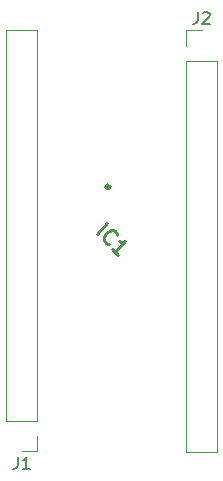
<source format=gbr>
G04 #@! TF.GenerationSoftware,KiCad,Pcbnew,(5.1.2)-2*
G04 #@! TF.CreationDate,2019-11-11T20:09:09+01:00*
G04 #@! TF.ProjectId,MCP25625_Breakoutboard,4d435032-3536-4323-955f-427265616b6f,rev?*
G04 #@! TF.SameCoordinates,Original*
G04 #@! TF.FileFunction,Legend,Top*
G04 #@! TF.FilePolarity,Positive*
%FSLAX46Y46*%
G04 Gerber Fmt 4.6, Leading zero omitted, Abs format (unit mm)*
G04 Created by KiCad (PCBNEW (5.1.2)-2) date 2019-11-11 20:09:09*
%MOMM*%
%LPD*%
G04 APERTURE LIST*
%ADD10C,0.325000*%
%ADD11C,0.120000*%
%ADD12C,0.254000*%
%ADD13C,0.150000*%
G04 APERTURE END LIST*
D10*
X145137736Y-92418641D02*
G75*
G03X145137736Y-92418641I-162500J0D01*
G01*
D11*
X151583080Y-79170000D02*
X152913080Y-79170000D01*
X151583080Y-80500000D02*
X151583080Y-79170000D01*
X151583080Y-81770000D02*
X154243080Y-81770000D01*
X154243080Y-81770000D02*
X154243080Y-114850000D01*
X151583080Y-81770000D02*
X151583080Y-114850000D01*
X151583080Y-114850000D02*
X154243080Y-114850000D01*
X139003080Y-114830000D02*
X137673080Y-114830000D01*
X139003080Y-113500000D02*
X139003080Y-114830000D01*
X139003080Y-112230000D02*
X136343080Y-112230000D01*
X136343080Y-112230000D02*
X136343080Y-79150000D01*
X139003080Y-112230000D02*
X139003080Y-79150000D01*
X139003080Y-79150000D02*
X136343080Y-79150000D01*
D12*
X144010186Y-96402665D02*
X144908211Y-95504640D01*
X145036501Y-97257928D02*
X144950975Y-97257928D01*
X144779922Y-97172401D01*
X144694396Y-97086875D01*
X144608870Y-96915823D01*
X144608870Y-96744770D01*
X144651633Y-96616481D01*
X144779922Y-96402665D01*
X144908211Y-96274376D01*
X145122027Y-96146086D01*
X145250316Y-96103323D01*
X145421369Y-96103323D01*
X145592421Y-96188850D01*
X145677948Y-96274376D01*
X145763474Y-96445428D01*
X145763474Y-96530955D01*
X145806237Y-98198716D02*
X145293080Y-97685559D01*
X145549658Y-97942138D02*
X146447684Y-97044112D01*
X146233868Y-97086875D01*
X146062816Y-97086875D01*
X145934526Y-97044112D01*
D13*
X152579746Y-77622380D02*
X152579746Y-78336666D01*
X152532127Y-78479523D01*
X152436889Y-78574761D01*
X152294032Y-78622380D01*
X152198794Y-78622380D01*
X153008318Y-77717619D02*
X153055937Y-77670000D01*
X153151175Y-77622380D01*
X153389270Y-77622380D01*
X153484508Y-77670000D01*
X153532127Y-77717619D01*
X153579746Y-77812857D01*
X153579746Y-77908095D01*
X153532127Y-78050952D01*
X152960699Y-78622380D01*
X153579746Y-78622380D01*
X137339746Y-115282380D02*
X137339746Y-115996666D01*
X137292127Y-116139523D01*
X137196889Y-116234761D01*
X137054032Y-116282380D01*
X136958794Y-116282380D01*
X138339746Y-116282380D02*
X137768318Y-116282380D01*
X138054032Y-116282380D02*
X138054032Y-115282380D01*
X137958794Y-115425238D01*
X137863556Y-115520476D01*
X137768318Y-115568095D01*
M02*

</source>
